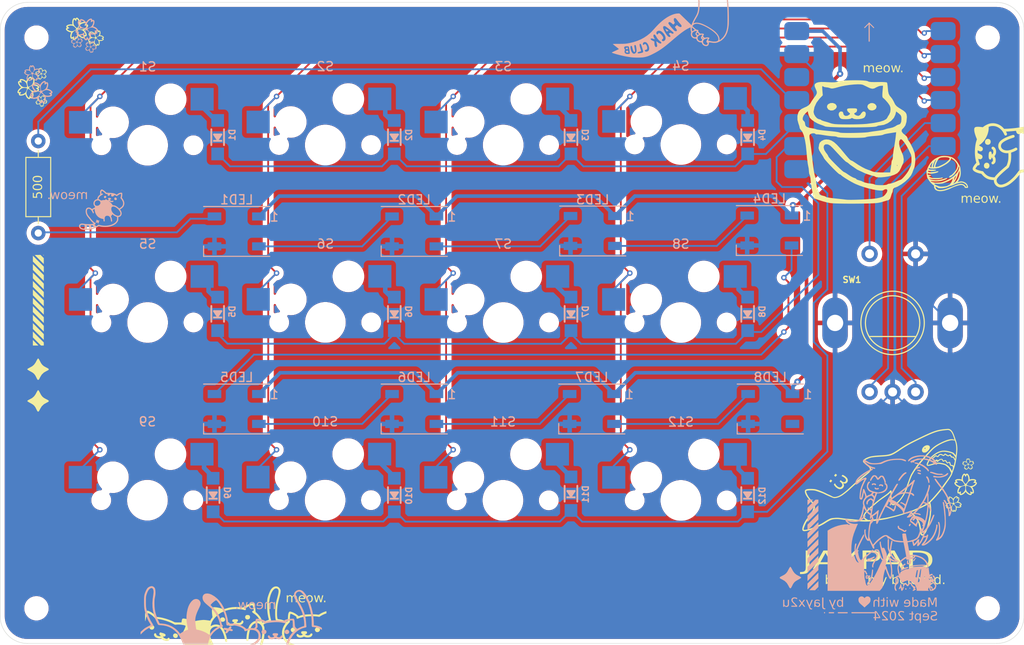
<source format=kicad_pcb>
(kicad_pcb (version 20240108) (generator "pcbnew") (generator_version "8.0")
  (layers (0 "F.Cu" signal) (31 "B.Cu" signal) (34 "B.Paste" user) (35 "F.Paste" user) (36 "B.SilkS" user "B.Silkscreen") (37 "F.SilkS" user "F.Silkscreen") (38 "B.Mask" user) (39 "F.Mask" user) (44 "Edge.Cuts" user))
  (net 0 "")
  (net 1 "ROW0")
  (net 2 "ROW1")
  (net 3 "ROW2")
  (net 4 "+5V")
  (net 5 "GND")
  (net 6 "COL0")
  (net 7 "COL1")
  (net 8 "COL2")
  (net 9 "ENC_A")
  (net 10 "ENC_B")
  (net 11 "ENC_SW")
  (net 12 "RGB")
  (net 13 "Net-(D3-PadA)")
  (net 14 "Net-(D6-PadA)")
  (net 16 "Net-(D9-PadA)")
  (net 17 "Net-(D1-PadA)")
  (net 18 "Net-(D2-PadA)")
  (net 19 "Net-(D4-PadA)")
  (net 20 "Net-(D5-PadA)")
  (net 21 "Net-(D7-PadA)")
  (net 22 "Net-(D8-PadA)")
  (net 23 "Net-(D10-PadA)")
  (net 24 "Net-(D11-PadA)")
  (net 25 "Net-(D12-PadA)")
  (net 26 "COL3")
  (net 27 "Net-(LED1-DIN)")
  (net 28 "Net-(LED2-DIN)")
  (net 30 "Net-(LED7-DOUT)")
  (net 31 "Net-(LED6-DOUT)")
  (net 32 "Net-(LED3-DIN)")
  (net 33 "DOUT0")
  (net 34 "Net-(LED4-DIN)")
  (net 35 "Net-(LED5-DOUT)")
  (footprint "LOGO" (layer "F.Cu") (at 185.3 74)
    (property "Reference" "G***" (hide yes))
    (property "Value" "LOGO" (hide yes))
  )
  (footprint "LOGO" (layer "F.Cu") (at 99.3 61.5 10)
    (property "Reference" "G***" (hide yes))
    (property "Value" "LOGO" (hide yes))
  )
  (footprint "JayPad:CherryMX_1.00u_KailhSocket" (layer "F.Cu") (at 107.07 93.95)
    (property "Reference" "S5")
    (property "Value" "CherryMX")
  )
  (footprint "LOGO" (layer "F.Cu") (at 197.618177 109.598137 75)
    (property "Reference" "G***" (hide yes))
    (property "Value" "LOGO" (hide yes))
  )
  (footprint "Resistor_THT:R_Axial_DIN0207_L6.3mm_D2.5mm_P10.16mm_Horizontal" (layer "F.Cu") (at 95 73.92 -90)
    (property "Reference" "R1" (hide yes))
    (property "Value" "500")
  )
  (footprint "JayPad:CherryMX_1.00u_KailhSocket" (layer "F.Cu") (at 126.68 74.36)
    (property "Reference" "S2")
    (property "Value" "CherryMX")
  )
  (footprint "LOGO" (layer "F.Cu") (at 197.362522 111.819539)
    (property "Reference" "G***" (hide yes))
    (property "Value" "LOGO" (hide yes))
  )
  (footprint "LOGO" (layer "F.Cu") (at 195.996168 113.913122 40)
    (property "Reference" "G***" (hide yes))
    (property "Value" "LOGO" (hide yes))
  )
  (footprint "LOGO" (layer "F.Cu") (at 198.8 75.27733 90)
    (property "Reference" "G***" (hide yes))
    (property "Value" "LOGO" (hide yes))
  )
  (footprint "JayPad:CherryMX_1.00u_KailhSocket" (layer "F.Cu") (at 107.05 113.57)
    (property "Reference" "S9")
    (property "Value" "CherryMX")
  )
  (footprint "LOGO" (layer "F.Cu") (at 95 99)
    (property "Reference" "G***" (hide yes))
    (property "Value" "LOGO" (hide yes))
  )
  (footprint "JayPad:CherryMX_1.00u_KailhSocket" (layer "F.Cu") (at 165.93 113.59)
    (property "Reference" "S12")
    (property "Value" "CherryMX")
  )
  (footprint "MountingHole:MountingHole_2.2mm_M2" (layer "F.Cu") (at 199.8 62.5)
    (property "Reference" "REF**" (hide yes))
    (property "Value" "MountingHole_2.2mm_M2" (hide yes))
  )
  (footprint "LOGO" (layer "F.Cu") (at 101.3 62.5 50)
    (property "Reference" "G***" (hide yes))
    (property "Value" "LOGO" (hide yes))
  )
  (footprint "JayPad:CherryMX_1.00u_KailhSocket" (layer "F.Cu") (at 107.07 74.39)
    (property "Reference" "S1")
    (property "Value" "CherryMX")
  )
  (footprint "JayPad:CherryMX_1.00u_KailhSocket" (layer "F.Cu") (at 146.32 93.95)
    (property "Reference" "S7")
    (property "Value" "CherryMX")
  )
  (footprint "JayPad:CherryMX_1.00u_KailhSocket" (layer "F.Cu") (at 165.92 93.95)
    (property "Reference" "S8")
    (property "Value" "CherryMX")
  )
  (footprint "JayPad:CherryMX_1.00u_KailhSocket" (layer "F.Cu") (at 146.32 74.36)
    (property "Reference" "S3")
    (property "Value" "CherryMX")
  )
  (footprint "MountingHole:MountingHole_2.2mm_M2" (layer "F.Cu") (at 94.8 62.5)
    (property "Reference" "REF**" (hide yes))
    (property "Value" "MountingHole_2.2mm_M2" (hide yes))
  )
  (footprint "LOGO" (layer "F.Cu") (at 95.3 69.5 115)
    (property "Reference" "G***" (hide yes))
    (property "Value" "LOGO" (hide yes))
  )
  (footprint "JayPad:CherryMX_1.00u_KailhSocket" (layer "F.Cu") (at 126.69 93.94)
    (property "Reference" "S6")
    (property "Value" "CherryMX")
  )
  (footprint "LOGO" (layer "F.Cu") (at 116.8 126)
    (property "Reference" "G***" (hide yes))
    (property "Value" "LOGO" (hide yes))
  )
  (footprint "LOGO" (layer "F.Cu") (at 95 102.5)
    (property "Reference" "G***" (hide yes))
    (property "Value" "LOGO" (hide yes))
  )
  (footprint "MountingHole:MountingHole_2.2mm_M2" (layer "F.Cu") (at 199.8 125.5)
    (property "Reference" "REF**" (hide yes))
    (property "Value" "MountingHole_2.2mm_M2" (hide yes))
  )
  (footprint "MountingHole:MountingHole_2.2mm_M2" (layer "F.Cu") (at 94.8 125.5)
    (property "Reference" "REF**" (hide yes))
    (property "Value" "MountingHole_2.2mm_M2" (hide yes))
  )
  (footprint "JayPad:CherryMX_1.00u_KailhSocket" (layer "F.Cu") (at 126.665 113.56)
    (property "Reference" "S10")
    (property "Value" "CherryMX")
  )
  (footprint "LOGO" (layer "F.Cu") (at 95 91.5 90)
    (property "Reference" "G***" (hide yes))
    (property "Value" "LOGO" (hide yes))
  )
  (footprint "LOGO" (layer "F.Cu") (at 116.3 126 180)
    (property "Reference" "G***" (hide yes))
    (property "Value" "LOGO" (hide yes))
  )
  (footprint "LOGO" (layer "F.Cu") (at 93.8 68 50)
    (property "Reference" "G***" (hide yes))
    (property "Value" "LOGO" (hide yes))
  )
  (footprint "LOGO" (layer "F.Cu") (at 95.3 66.5 85)
    (property "Reference" "G***" (hide yes))
    (property "Value" "LOGO" (hide yes))
  )
  (footprint "LOGO" (layer "F.Cu") (at 187.8 111.46246 -20)
    (property "Reference" ":3")
    (property "Value" "LOGO" (hide yes))
  )
  (footprint "JayPad:ADAFRUIT_ELECTROMECH_PEC11+SWITCH" (layer "F.Cu") (at 189.3 94)
    (property "Reference" "SW1")
    (property "Value" "PEC11-4215F-S24" (hide yes))
  )
  (footprint "JayPad:CherryMX_1.00u_KailhSocket" (layer "F.Cu") (at 146.29 113.58)
    (property "Reference" "S11")
    (property "Value" "CherryMX")
  )
  (footprint "JayPad:CherryMX_1.00u_KailhSocket" (layer "F.Cu") (at 165.93 74.3)
    (property "Reference" "S4")
    (property "Value" "CherryMX")
  )
  (footprint "LOGO" (layer "F.Cu") (at 195.3 77.5)
    (property "Reference" "G***" (hide yes))
    (property "Value" "LOGO" (hide yes))
  )
  (footprint "JayPad:MICROBUILDER_SOD-123" (layer "B.Cu") (at 153.8 73.5 -90)
    (property "Reference" "D3")
    (property "Value" "1N4148W" (hide yes))
  )
  (footprint "JayPad:MOUDLE14P-SMD-2.54-21X17.8MM" (layer "B.Cu") (at 195.7175 79.905 180)
    (property "Reference" "M1" (hide yes))
    (property "Value" "MOUDLE-SEEEDUINO-XIAO" (hide yes))
  )
  (footprint "LOGO" (layer "B.Cu") (at 189.63184 116.062731 180)
    (property "Reference" "G***" (hide yes))
    (property "Value" "LOGO" (hide yes))
  )
  (footprint "JayPad:MICROBUILDER_SOD-123" (layer "B.Cu") (at 173.3 113 -90)
    (property "Reference" "D12")
    (property "Value" "1N4148W" (hide yes))
  )
  (footprint "LOGO" (layer "B.Cu") (at 102 81.5 180)
    (property "Reference" "G***" (hide yes))
    (property "Value" "LOGO" (hide yes))
  )
  (footprint "LOGO" (layer "B.Cu") (at 180.5 118.5 -90)
    (property "Reference" "G***" (hide yes))
    (property "Value" "LOGO" (hide yes))
  )
  (footprint "LOGO" (layer "B.Cu") (at 95.369802 68.5 80)
    (property "Reference" "G***" (hide yes))
    (property "Value" "LOGO" (hide yes))
  )
  (footprint "LOGO" (layer "B.Cu") (at 178 122 180)
    (property "Reference" "G***" (hide yes))
    (property "Value" "LOGO" (hide yes))
  )
  (footprint "LED_SMD:LED_WS2812B_PLCC4_5.0x5.0mm_P3.2mm" (layer "B.Cu") (at 136.5 103.5 180)
    (property "Reference" "LED6")
    (property "Value" "WS2812B" (hide yes))
  )
  (footprint "JayPad:MICROBUILDER_SOD-123" (layer "B.Cu") (at 114.3 113 -90)
    (property "Reference" "D9")
    (property "Value" "1N4148W" (hide yes))
  )
  (footprint "JayPad:MICROBUILDER_SOD-123" (layer "B.Cu") (at 134.3 73.5 -90)
    (property "Reference" "D2")
    (property "Value" "1N4148W" (hide yes))
  )
  (footprint "JayPad:MICROBUILDER_SOD-123" (layer "B.Cu") (at 134.3 113 -90)
    (property "Reference" "D10")
    (property "Value" "1N4148W" (hide yes))
  )
  (footprint "LOGO" (layer "B.Cu") (at 99.3 63 115)
    (property "Reference" "G***" (hide yes))
    (property "Value" "LOGO" (hide yes))
  )
  (footprint "LED_SMD:LED_WS2812B_PLCC4_5.0x5.0mm_P3.2mm" (layer "B.Cu") (at 175.7 83.8 180)
    (property "Reference" "LED4")
    (property "Value" "WS2812B" (hide yes))
  )
  (footprint "LOGO" (layer "B.Cu") (at 164.8 62 180)
    (property "Reference" "G***" (hide yes))
    (property "Value" "LOGO" (hide yes))
  )
  (footprint "LED_SMD:LED_WS2812B_PLCC4_5.0x5.0mm_P3.2mm" (layer "B.Cu") (at 116.9 103.5 180)
    (property "Reference" "LED5")
    (property "Value" "WS2812B" (hide yes))
  )
  (footprint "JayPad:MICROBUILDER_SOD-123" (layer "B.Cu") (at 114.8 73.5 -90)
    (property "Reference" "D1")
    (property "Value" "1N4148W" (hide yes))
  )
  (footprint "JayPad:MICROBUILDER_SOD-123" (layer "B.Cu") (at 173.3 73.5 -90)
    (property "Reference" "D4")
    (property "Value" "1N4148W" (hide yes))
  )
  (footprint "JayPad:MICROBUILDER_SOD-123" (layer "B.Cu") (at 153.8 93 -90)
    (property "Reference" "D7")
    (property "Value" "1N4148W" (hide yes))
  )
  (footprint "LOGO" (layer "B.Cu") (at 94.369802 66.5 40)
    (property "Reference" "G***" (hide yes))
    (property "Value" "LOGO" (hide yes))
  )
  (footprint "LED_SMD:LED_WS2812B_PLCC4_5.0x5.0mm_P3.2mm" (layer "B.Cu") (at 136.5 83.9 180)
    (property "Reference" "LED2")
    (property "Value" "WS2812B" (hide yes))
  )
  (footprint "LED_SMD:LED_WS2812B_PLCC4_5.0x5.0mm_P3.2mm" (layer "B.Cu") (at 156.1 103.5 180)
    (property "Reference" "LED7")
    (property "Value" "WS2812B" (hide yes))
  )
  (footprint "LOGO" (layer "B.Cu") (at 186.2 124.8 180)
    (property "Reference" "G***" (hide yes))
    (property "Value" "LOGO" (hide yes))
  )
  (footprint "JayPad:MICROBUILDER_SOD-123" (layer "B.Cu") (at 153.8 112.85 -90)
    (property "Reference" "D11")
    (property "Value" "1N4148W" (hide yes))
  )
  (footprint "LED_SMD:LED_WS2812B_PLCC4_5.0x5.0mm_P3.2mm" (layer "B.Cu") (at 116.9 83.9 180)
    (property "Reference" "LED1")
    (property "Value" "WS2812B" (hide yes))
  )
  (footprint "LOGO" (layer "B.Cu") (at 100.28715 61.5 -140)
    (property "Reference" "G***" (hide yes))
    (property "Value" "LOGO" (hide yes))
  )
  (footprint "LED_SMD:LED_WS2812B_PLCC4_5.0x5.0mm_P3.2mm" (layer "B.Cu") (at 175.8 103.5 180)
    (property "Reference" "LED8")
    (property "Value" "WS2812B" (hide yes))
  )
  (footprint "LED_SMD:LED_WS2812B_PLCC4_5.0x5.0mm_P3.2mm" (layer "B.Cu") (at 156.2 83.85 180)
    (property "Reference" "LED3")
    (property "Value" "WS2812B" (hide yes))
  )
  (footprint "JayPad:MICROBUILDER_SOD-123" (layer "B.Cu") (at 114.8 93 -90)
    (property "Reference" "D5")
    (property "Value" "1N4148W" (hide yes))
  )
  (footprint "LOGO" (layer "B.Cu") (at 100.8 63.5 155)
    (property "Reference" "G***" (hide yes))
    (property "Value" "LOGO" (hide yes))
  )
  (footprint "JayPad:MICROBUILDER_SOD-123" (layer "B.Cu") (at 173.3 93 -90)
    (property "Reference" "D8")
    (property "Value" "1N4148W" (hide yes))
  )
  (footprint "JayPad:MICROBUILDER_SOD-123" (layer "B.Cu") (at 134.3 93 -90)
    (property "Reference" "D6")
    (property "Value" "1N4148W" (hide yes))
  )
  (gr_rect (start 182.3 125.9746) (end 182.8 126) (stroke (width 0.1)) (fill none) (layer "B.SilkS"))
  (gr_rect (start 184.8 125.9746) (end 187.3 126) (stroke (width 0.1)) (fill none) (layer "B.SilkS"))
  (gr_rect (start 181.7746 125.9746) (end 181.8 126) (stroke (width 0.1)) (fill none) (layer "B.SilkS"))
  (gr_rect (start 183.3 125.9746) (end 184.3 126) (stroke (width 0.1)) (fill none) (layer "B.SilkS"))
  (gr_line (start 203.8 126.378667) (end 203.8 61.62132) (stroke (width 0.05)) (layer "Edge.Cuts"))
  (gr_arc (start 90.8 61.62132) (mid 91.67868 59.5) (end 93.8 58.62132) (stroke (width 0.05)) (layer "Edge.Cuts"))
  (gr_line (start 200.8 58.62132) (end 93.8 58.62132) (stroke (width 0.05)) (layer "Edge.Cuts"))
  (gr_arc (start 203.8 126.378667) (mid 202.921332 128.500009) (end 200.8 129.378667) (stroke (width 0.05)) (layer "Edge.Cuts"))
  (gr_arc (start 93.8 129.378667) (mid 91.678691 128.499985) (end 90.8 126.378667) (stroke (width 0.05)) (layer "Edge.Cuts"))
  (gr_line (start 90.8 61.62132) (end 90.8 126.378667) (stroke (width 0.05)) (layer "Edge.Cuts"))
  (gr_line (start 93.8 129.378667) (end 200.8 129.378667) (stroke (width 0.05)) (layer "Edge.Cuts"))
  (gr_arc (start 200.8 58.62132) (mid 202.921313 59.500001) (end 203.8 61.62132) (stroke (width 0.05)) (layer "Edge.Cuts"))
  (gr_text "Made with       by Jayx2u" (at 194.3 125.5 0) (layer "B.SilkS") (effects (font (size 1 1) (thickness 0.1)) (justify left bottom mirror)))
  (gr_text "meow." (at 100.5 80.5 -0) (layer "B.SilkS") (effects (font (size 1 1)) (justify left bottom mirror)))
  (gr_text "meow." (at 121.25 125.75 -0) (layer "B.SilkS") (effects (font (size 1 1)) (justify left bottom mirror)))
  (gr_text "Sept 2024" (at 194.3 127 0) (layer "B.SilkS") (effects (font (size 1 1) (thickness 0.1)) (justify left bottom mirror)))
  (gr_text "meow." (at 122.3 125 0) (layer "F.SilkS") (effects (font (size 1 1)) (justify left bottom)))
  (gr_text "JAYPAD" (at 179.3 121.5 0) (layer "F.SilkS") (effects (font (size 2 3)) (justify left bottom)))
  (gr_text "blåhaj my beloved." (at 181.8 123 0) (layer "F.SilkS") (effects (font (size 1 1)) (justify left bottom)))
  (gr_text "meow." (at 186 66.5 0) (layer "F.SilkS") (effects (font (size 1 1)) (justify left bottom)))
  (gr_text "meow." (at 196.8 80.905 0) (layer "F.SilkS") (effects (font (size 1 1)) (justify left bottom)))
  (segment (start 173.3 75.35) (end 175.3125 75.35) (width 0.2) (layer "B.Cu") (net 1))
  (segment (start 135.664 76.714) (end 134.3 75.35) (width 0.2) (layer "B.Cu") (net 1))
  (segment (start 175.3125 75.35) (end 178.7175 71.945) (width 0.2) (layer "B.Cu") (net 1))
  (segment (start 153.8 75.35) (end 155.164 76.714) (width 0.2) (layer "B.Cu") (net 1))
  (segment (start 134.3 75.35) (end 132.936 76.714) (width 0.2) (layer "B.Cu") (net 1))
  (segment (start 152.436 76.714) (end 135.664 76.714) (width 0.2) (layer "B.Cu") (net 1))
  (segment (start 153.8 75.35) (end 152.436 76.714) (width 0.2) (layer "B.Cu") (net 1))
  (segment (start 116.164 76.714) (end 114.8 75.35) (width 0.2) (layer "B.Cu") (net 1))
  (segment (start 132.936 76.714) (end 116.164 76.714) (width 0.2) (layer "B.Cu") (net 1))
  (segment (start 155.164 76.714) (end 171.936 76.714) (width 0.2) (layer "B.Cu") (net 1))
  (segment (start 171.936 76.714) (end 173.3 75.35) (width 0.2) (layer "B.Cu") (net 1))
  (segment (start 177.1 79) (end 176.5 78.4) (width 0.2) (layer "B.Cu") (net 2))
  (segment (start 176.5 78.4) (end 176.5 75.7) (width 0.2) (layer "B.Cu") (net 2))
  (segment (start 153.8 95.2) (end 154.904 96.304) (width 0.2) (layer "B.Cu") (net 2))
  (segment (start 177.715 74.485) (end 178.7175 74.485) (width 0.2) (layer "B.Cu") (net 2))
  (segment (start 114.8 95.2) (end 115.894 96.294) (width 0.2) (layer "B.Cu") (net 2))
  (segment (start 152.696 96.304) (end 153.8 95.2) (width 0.2) (layer "B.Cu") (net 2))
  (segment (start 134.3 95.2) (end 135.404 96.304) (width 0.2) (layer "B.Cu") (net 2))
  (segment (start 133.206 96.294) (end 134.3 95.2) (width 0.2) (layer "B.Cu") (net 2))
  (segment (start 174.8 95) (end 181.1 88.7) (width 0.2) (layer "B.Cu") (net 2))
  (segment (start 173.3 95) (end 174.8 95) (width 0.2) (layer "B.Cu") (net 2))
  (segment (start 179.3 79) (end 177.1 79) (width 0.2) (layer "B.Cu") (net 2))
  (segment (start 176.5 75.7) (end 177.715 74.485) (width 0.2) (layer "B.Cu") (net 2))
  (segment (start 154.904 96.304) (end 171.996 96.304) (width 0.2) (layer "B.Cu") (net 2))
  (segment (start 181.1 80.8) (end 179.3 79) (width 0.2) (layer "B.Cu") (net 2))
  (segment (start 115.894 96.294) (end 133.206 96.294) (width 0.2) (layer "B.Cu") (net 2))
  (segment (start 135.404 96.304) (end 152.696 96.304) (width 0.2) (layer "B.Cu") (net 2))
  (segment (start 171.996 96.304) (end 173.3 95) (width 0.2) (layer "B.Cu") (net 2))
  (segment (start 181.1 88.7) (end 181.1 80.8) (width 0.2) (layer "B.Cu") (net 2))
  (segment (start 153.8 114.7) (end 155.044 115.944) (width 0.2) (layer "B.Cu") (net 3))
  (segment (start 114.3 114.7) (end 115.514 115.914) (width 0.2) (layer "B.Cu") (net 3))
  (segment (start 133.086 115.914) (end 134.3 114.7) (width 0.2) (layer "B.Cu") (net 3))
  (segment (start 182.1 90.3) (end 182.1 79.7) (width 0.2) (layer "B.Cu") (net 3))
  (segment (start 135.534 115.934) (end 152.566 115.934) (width 0.2) (layer "B.Cu") (net 3))
  (segment (start 182.1 79.7) (end 179.425 77.025) (width 0.2) (layer "B.Cu") (net 3))
  (segment (start 155.044 115.944) (end 172.206 115.944) (width 0.2) (layer "B.Cu") (net 3))
  (segment (start 180.6 91.8) (end 182.1 90.3) (width 0.2) (layer "B.Cu") (net 3))
  (segment (start 134.3 114.7) (end 135.534 115.934) (width 0.2) (layer "B.Cu") (net 3))
  (segment (start 172.206 115.944) (end 173.3 114.85) (width 0.2) (layer "B.Cu") (net 3))
  (segment (start 173.3 114.85) (end 175.45 114.85) (width 0.2) (layer "B.Cu") (net 3))
  (segment (start 182.1 97.6) (end 180.6 96.1) (width 0.2) (layer "B.Cu") (net 3))
  (segment (start 175.45 114.85) (end 182.1 108.2) (width 0.2) (layer "B.Cu") (net 3))
  (segment (start 152.566 115.934) (end 153.8 114.7) (width 0.2) (layer "B.Cu") (net 3))
  (segment (start 179.425 77.025) (end 178.7175 77.025) (width 0.2) (layer "B.Cu") (net 3))
  (segment (start 180.6 96.1) (end 180.6 91.8) (width 0.2) (layer "B.Cu") (net 3))
  (segment (start 115.514 115.914) (end 133.086 115.914) (width 0.2) (layer "B.Cu") (net 3))
  (segment (start 182.1 108.2) (end 182.1 97.6) (width 0.2) (layer "B.Cu") (net 3))
  (segment (start 182.3 77.5) (end 179.8 80) (width 0.2) (layer "F.Cu") (net 4))
  (segment (start 179.8 80) (end 179.8 99.500008) (width 0.4) (layer "F.Cu") (net 4))
  (segment (start 179.8 99.500008) (end 178.799999 100.500009) (width 0.4) (layer "F.Cu") (net 4))
  (segment (start 178.8 81) (end 178.299976 81) (width 0.4) (layer "F.Cu") (net 4))
  (segment (start 182.3 77.5) (end 182.3 67.699994) (width 0.4) (layer "F.Cu") (net 4))
  (segment (start 182.3 77.5) (end 178.8 81) (width 0.4) (layer "F.Cu") (net 4))
  (segment (start 182.3 67.699994) (end 183.499994 66.5) (width 0.4) (layer "F.Cu") (net 4))
  (via (at 178.299976 81) (size 0.7) (drill 0.3) (layers "F.Cu" "B.Cu") (net 4))
  (via (at 178.799999 100.500009) (size 0.7) (drill 0.3) (layers "F.Cu" "B.Cu") (net 4))
  (via (at 183.499994 66.5) (size 0.7) (drill 0.3) (layers "F.Cu" "B.Cu") (net 4))
  (segment (start 183.499994 63.699994) (end 183.499994 66.5) (width 0.4) (layer "B.Cu") (net 4))
  (segment (start 160.85 80) (end 158.65 82.2) (width 0.4) (layer "B.Cu") (net 4))
  (segment (start 136.7 80) (end 121.6 80) (width 0.4) (layer "B.Cu") (net 4))
  (segment (start 141.3 99.5) (end 138.95 101.85) (width 0.4) (layer "B.Cu") (net 4))
  (segment (start 138.95 82.25) (end 136.7 80) (width 0.4) (layer "B.Cu") (net 4))
  (segment (start 178.25 101.85) (end 175.9 99.5) (width 0.4) (layer "B.Cu") (net 4))
  (segment (start 178.299976 81) (end 178.299976 82.000024) (width 0.4) (layer "B.Cu") (net 4))
  (segment (start 121.7 99.5) (end 119.35 101.85) (width 0.4) (layer "B.Cu") (net 4))
  (segment (start 178.7175 61.785) (end 181.585 61.785) (width 0.4) (layer "B.Cu") (net 4))
  (segment (start 178.3 101.000008) (end 178.799999 100.500009) (width 0.4) (layer "B.Cu") (net 4))
  (segment (start 178.3 101.8) (end 178.25 101.85) (width 0.2) (layer "B.Cu") (net 4))
  (segment (start 158.55 101.85) (end 156.2 99.5) (width 0.4) (layer "B.Cu") (net 4))
  (segment (start 178.3 101.8) (end 178.3 101.000008) (width 0.4) (layer "B.Cu") (net 4))
  (segment (start 160.9 99.5) (end 158.55 101.85) (width 0.4) (layer "B.Cu") (net 4))
  (segment (start 176 80) (end 160.85 80) (width 0.4) (layer "B.Cu") (net 4))
  (segment (start 136.6 99.5) (end 121.7 99.5) (width 0.4) (layer "B.Cu") (net 4))
  (segment (start 121.6 80) (end 119.35 82.25) (width 0.4) (layer "B.Cu") (net 4))
  (segment (start 156.45 80) (end 141.2 80) (width 0.4) (layer "B.Cu") (net 4))
  (segment (start 156.2 99.5) (end 141.3 99.5) (width 0.4) (layer "B.Cu") (net 4))
  (segment (start 141.2 80) (end 138.95 82.25) (width 0.4) (layer "B.Cu") (net 4))
  (segment (start 175.9 99.5) (end 160.9 99.5) (width 0.4) (layer "B.Cu") (net 4))
  (segment (start 181.585 61.785) (end 183.499994 63.699994) (width 0.4) (layer "B.Cu") (net 4))
  (segment (start 178.299976 82.000024) (end 178.15 82.15) (width 0.2) (layer "B.Cu") (net 4))
  (segment (start 158.65 82.2) (end 156.45 80) (width 0.4) (layer "B.Cu") (net 4))
  (segment (start 138.95 101.85) (end 136.6 99.5) (width 0.4) (layer "B.Cu") (net 4))
  (segment (start 178.15 82.15) (end 176 80) (width 0.4) (layer "B.Cu") (net 4))
  (segment (start 195.65 101.15) (end 193.3 103.5) (width 0.2) (layer "B.Cu") (net 5))
  (segment (start 191.84 86.38) (end 191.84 90.19) (width 0.2) (layer "B.Cu") (net 5))
  (segment (start 184.3 103.5) (end 182.95 102.15) (width 0.2) (layer "B.Cu") (net 5))
  (segment (start 187.42 103.5) (end 184.3 103.5) (width 0.2) (layer "B.Cu") (net 5))
  (segment (start 195.65 94) (end 195.65 101.15) (width 0.2) (layer "B.Cu") (net 5))
  (segment (start 191.84 90.19) (end 195.65 94) (width 0.2) (layer "B.Cu") (net 5))
  (segment (start 182.95 102.15) (end 182.95 94) (width 0.2) (layer "B.Cu") (net 5))
  (segment (start 182.95 68.4) (end 178.875 64.325) (width 0.2) (layer "B.Cu") (net 5))
  (segment (start 191.18 103.5) (end 189.3 101.62) (width 0.2) (layer "B.Cu") (net 5))
  (segment (start 189.3 101.62) (end 187.42 103.5) (width 0.2) (layer "B.Cu") (net 5))
  (segment (start 178.875 64.325) (end 178.7175 64.325) (width 0.2) (layer "B.Cu") (net 5))
  (segment (start 182.95 94) (end 182.95 68.4) (width 0.2) (layer "B.Cu") (net 5))
  (segment (start 193.3 103.5) (end 191.18 103.5) (width 0.2) (layer "B.Cu") (net 5))
  (segment (start 101.8 69) (end 100.766 70.034) (width 0.2) (layer "F.Cu") (net 6))
  (segment (start 100.766 87.966) (end 101.3 88.5) (width 0.2) (layer "F.Cu") (net 6))
  (segment (start 101.3 88.5) (end 100.766 89.034) (width 0.2) (layer "F.Cu") (net 6))
  (segment (start 110.3 60.5) (end 101.8 69) (width 0.2) (layer "F.Cu") (net 6))
  (segment (start 192.8 62) (end 192.5 62) (width 0.2) (layer "F.Cu") (net 6))
  (segment (start 100.766 106.966) (end 101.8 108) (width 0.2) (layer "F.Cu") (net 6))
  (segment (start 191 60.5) (end 110.3 60.5) (width 0.2) (layer "F.Cu") (net 6))
  (segment (start 100.766 89.034) (end 100.766 106.966) (width 0.2) (layer "F.Cu") (net 6))
  (segment (start 192.5 62) (end 191 60.5) (width 0.2) (layer "F.Cu") (net 6))
  (segment (start 100.766 70.034) (end 100.766 87.966) (width 0.2) (layer "F.Cu") (net 6))
  (via (at 101.8 69) (size 0.6) (drill 0.3) (layers "F.Cu" "B.Cu") (net 6))
  (via (at 101.8 108) (size 0.6) (drill 0.3) (layers "F.Cu" "B.Cu") (net 6))
  (via (at 101.3 88.5) (size 0.6) (drill 0.3) (layers "F.Cu" "B.Cu") (net 6))
  (via (at 192.8 62) (size 0.6) (drill 0.3) (layers "F.Cu" "B.Cu") (net 6))
  (segment (start 194.8825 61.785) (end 193.015 61.785) (width 0.2) (layer "B.Cu") (net 6))
  (segment (start 99.64 111.03) (end 99.64 110.16) (width 0.2) (layer "B.Cu") (net 6))
  (segment (start 99.66 71.14) (end 101.8 69) (width 0.2) (layer "B.Cu") (net 6))
  (segment (start 99.66 91.41) (end 99.66 90.14) (width 0.2) (layer "B.Cu") (net 6))
  (segment (start 99.66 90.14) (end 101.3 88.5) (width 0.2) (layer "B.Cu") (net 6))
  (segment (start 99.66 71.85) (end 99.66 71.14) (width 0.2) (layer "B.Cu") (net 6))
  (segment (start 99.64 110.16) (end 101.8 108) (width 0.2) (layer "B.Cu") (net 6))
  (segment (start 121.3 69) (end 128.8 61.5) (width 0.2) (layer "F.Cu") (net 7))
  (segment (start 121.3 69) (end 120.376 69.924) (width 0.2) (layer "F.Cu") (net 7))
  (segment (start 120.386 89.414) (end 120.386 107.086) (width 0.2) (layer "F.Cu") (net 7))
  (segment (start 120.376 69.924) (end 120.376 87.576) (width 0.2) (layer "F.Cu") (net 7))
  (segment (start 121.3 88.5) (end 120.386 89.414) (width 0.2) (layer "F.Cu") (net 7))
  (segment (start 128.8 61.5) (end 189.8 61.5) (width 0.2) (layer "F.Cu") (net 7))
  (segment (start 120.376 87.576) (end 121.3 88.5) (width 0.2) (layer "F.Cu") (net 7))
  (segment (start 189.8 61.5) (end 192.8 64.5) (width 0.2) (layer "F.Cu") (net 7))
  (segment (start 120.386 107.086) (end 121.3 108) (width 0.2) (layer "F.Cu") (net 7))
  (via (at 192.8 64.5) (size 0.6) (drill 0.3) (layers "F.Cu" "B.Cu") (net 7))
  (via (at 121.3 88.5) (size 0.6) (drill 0.3) (layers "F.Cu" "B.Cu") (net 7))
  (via (at 121.3 69) (size 0.6) (drill 0.3) (layers "F.Cu" "B.Cu") (net 7))
  (via (at 121.3 108) (size 0.6) (drill 0.3) (layers "F.Cu" "B.Cu") (net 7))
  (segment (start 119.27 71.03) (end 121.3 69) (width 0.2) (layer "B.Cu") (net 7))
  (segment (start 119.28 91.4) (end 119.28 90.52) (width 0.2) (layer "B.Cu") (net 7))
  (segment (start 119.255 110.045) (end 121.3 108) (width 0.2) (layer "B.Cu") (net 7))
  (segment (start 119.27 71.82) (end 119.27 71.03) (width 0.2) (layer "B.Cu") (net 7))
  (segment (start 119.255 111.02) (end 119.255 110.045) (width 0.2) (layer "B.Cu") (net 7))
  (segment (start 119.28 90.52) (end 121.3 88.5) (width 0.2) (layer "B.Cu") (net 7))
  (segment (start 194.8825 64.325) (end 192.975 64.325) (width 0.2) (layer "B.Cu") (net 7))
  (segment (start 188.3 62.5) (end 192.8 67) (width 0.2) (layer "F.Cu") (net 8))
  (segment (start 140.8 88.5) (end 140.016 89.284) (width 0.2) (layer "F.Cu") (net 8))
  (segment (start 140.016 89.284) (end 140.016 107.216) (width 0.2) (layer "F.Cu") (net 8))
  (segment (start 140.016 87.716) (end 140.8 88.5) (width 0.2) (layer "F.Cu") (net 8))
  (segment (start 140.8 69) (end 140.016 69.784) (width 0.2) (layer "F.Cu") (net 8))
  (segment (start 140.8 69) (end 147.3 62.5) (width 0.2) (layer "F.Cu") (net 8))
  (segment (start 140.016 69.784) (end 140.016 87.716) (width 0.2) (layer "F.Cu") (net 8))
  (segment (start 147.3 62.5) (end 188.3 62.5) (width 0.2) (layer "F.Cu") (net 8))
  (segment (start 140.016 107.216) (end 140.8 108) (width 0.2) (layer "F.Cu") (net 8))
  (via (at 140.8 69) (size 0.6) (drill 0.3) (layers "F.Cu" "B.Cu") (net 8))
  (via (at 140.8 108) (size 0.6) (drill 0.3) (layers "F.Cu" "B.Cu") (net 8))
  (via (at 192.8 67) (size 0.6) (drill 0.3) (layers "F.Cu" "B.Cu") (net 8))
  (via (at 140.8 88.5) (size 0.6) (drill 0.3) (layers "F.Cu" "B.Cu") (net 8))
  (segment (start 138.91 70.89) (end 140.8 69) (width 0.2) (layer "B.Cu") (net 8))
  (segment (start 138.88 109.92) (end 140.8 108) (width 0.2) (layer "B.Cu") (net 8))
  (segment (start 138.91 71.82) (end 138.91 70.89) (width 0.2) (layer "B.Cu") (net 8))
  (segment (start 138.88 111.04) (end 138.88 109.92) (width 0.2) (layer "B.Cu") (net 8))
  (segment (start 138.91 90.39) (end 140.8 88.5) (width 0.2) (layer "B.Cu") (net 8))
  (segment (start 194.8825 66.865) (end 192.935 66.865) (width 0.2) (layer "B.Cu") (net 8))
  (segment (start 138.91 91.41) (end 138.91 90.39) (width 0.2) (layer "B.Cu") (net 8))
  (segment (start 188.8 79) (end 193.315 74.485) (width 0.2) (layer "B.Cu") (net 9))
  (segment (start 193.315 74.485) (end 194.8825 74.485) (width 0.2) (layer "B.Cu") (net 9))
  (segment (start 188.8 99) (end 188.8 79) (width 0.2) (layer "B.Cu") (net 9))
  (segment (start 186.76 101.62) (end 186.76 101.04) (width 0.2) (layer "B.Cu") (net 9))
  (segment (start 186.76 101.04) (end 188.8 99) (width 0.2) (layer "B.Cu") (net 9))
  (segment (start 190.3 99) (end 190.3 80) (width 0.2) (layer "B.Cu") (net 10))
  (segment (start 191.84 101.62) (end 191.84 100.54) (width 0.2) (layer "B.Cu") (net 10))
  (segment (start 191.84 100.54) (end 190.3 99) (width 0.2) (layer "B.Cu") (net 10))
  (segment (start 193.275 77.025) (end 194.8825 77.025) (width 0.2) (layer "B.Cu") (net 10))
  (segment (start 190.3 80) (end 193.275 77.025) (width 0.2) (layer "B.Cu") (net 10))
  (segment (start 186.76 78.04) (end 192.855 71.945) (width 0.2) (layer "B.Cu") (net 11))
  (segment (start 192.855 71.945) (end 194.8825 71.945) (width 0.2) (layer "B.Cu") (net 11))
  (segment (start 186.76 86.38) (end 186.76 78.04) (width 0.2) (layer "B.Cu") (net 11))
  (segment (start 100.8 66) (end 174.8 66) (width 0.2) (layer "B.Cu") (net 12))
  (segment (start 174.8 66) (end 178.205 69.405) (width 0.2) (layer "B.Cu") (net 12))
  (segment (start 95 73.92) (end 95 71.8) (width 0.2) (layer "B.Cu") (net 12))
  (segment (start 178.205 69.405) (end 178.7175 69.405) (width 0.2) (layer "B.Cu") (net 12))
  (segment (start 95 71.8) (end 100.8 66) (width 0.2) (layer "B.Cu") (net 12))
  (segment (start 152.3 69.935) (end 153.8 71.435) (width 0.5) (layer "B.Cu") (net 13))
  (segment (start 153.8 71.435) (end 153.8 72) (width 0.5) (layer "B.Cu") (net 13))
  (segment (start 133.3 89.505) (end 133.3 90.5) (width 0.5) (layer "B.Cu") (net 14))
  (segment (start 133.3 90.5) (end 134.3 91.5) (width 0.5) (layer "B.Cu") (net 14))
  (segment (start 113.3 110) (end 114.3 111) (width 0.5) (layer "B.Cu") (net 16))
  (segment (start 113.3 109.005) (end 113.3 110) (width 0.5) (layer "B.Cu") (net 16))
  (segment (start 113.085 70.135) (end 114.8 71.85) (width 0.5) (layer "B.Cu") (net 17))
  (segment (start 113.085 69.31) (end 113.085 70.135) (width 0.5) (layer "B.Cu") (net 17))
  (segment (start 133.3 71) (end 134.3 72) (width 0.5) (layer "B.Cu") (net 18))
  (segment (start 133.3 69.28) (end 133.3 71) (width 0.5) (layer "B.Cu") (net 18))
  (segment (start 173.3 70.575) (end 173.3 71.8) (width 0.5) (layer "B.Cu") (net 19))
  (segment (start 171.945 69.22) (end 173.3 70.575) (width 0.5) (layer "B.Cu") (net 19))
  (segment (start 113.8 89.5025) (end 113.8 90.5) (width 0.5) (layer "B.Cu") (net 20))
  (segment (start 113.8 90.5) (end 114.8 91.5) (width 0.5) (layer "B.Cu") (net 20))
  (segment (start 152.3 89.005) (end 152.3 90) (width 0.5) (layer "B.Cu") (net 21))
  (segment (start 152.3 90) (end 153.8 91.5) (width 0.5) (layer "B.Cu") (net 21))
  (segment (start 172.3 90.3) (end 173.3 91.3) (width 0.5) (layer "B.Cu") (net 22))
  (segment (start 172.3 89.005) (end 172.3 90.3) (width 0.5) (layer "B.Cu") (net 22))
  (segment (start 132.8 109.005) (end 132.8 109.5) (width 0.5) (layer "B.Cu") (net 23))
  (segment (start 132.8 109.5) (end 134.3 111) (width 0.5) (layer "B.Cu") (net 23))
  (segment (start 152.3 109.5) (end 153.8 111) (width 0.5) (layer "B.Cu") (net 24))
  (segment (start 152.3 108.505) (end 152.3 109.5) (width 0.5) (layer "B.Cu") (net 24))
  (segment (start 172.3 109.0025) (end 172.3 110.15) (width 0.5) (layer "B.Cu") (net 25))
  (segment (start 172.3 110.15) (end 173.3 111.15) (width 0.5) (layer "B.Cu") (net 25))
  (segment (start 159.3 89.5) (end 159.3 107) (width 0.2) (layer "F.Cu") (net 26))
  (segment (start 165.8 63.5) (end 186.8 63.5) (width 0.2) (layer "F.Cu") (net 26))
  (segment (start 160.3 69) (end 159.3 70) (width 0.2) (layer "F.Cu") (net 26))
  (segment (start 159.3 107) (end 160.3 108) (width 0.2) (layer "F.Cu") (net 26))
  (segment (start 159.3 70) (end 159.3 87.5) (width 0.2) (layer "F.Cu") (net 26))
  (segment (start 159.3 87.5) (end 160.3 88.5) (width 0.2) (layer "F.Cu") (net 26))
  (segment (start 160.3 88.5) (end 159.3 89.5) (width 0.2) (layer "F.Cu") (net 26))
  (segment (start 160.3 69) (end 165.8 63.5) (width 0.2) (layer "F.Cu") (net 26))
  (segment (start 186.8 63.5) (end 192.8 69.5) (width 0.2) (layer "F.Cu") (net 26))
  (via (at 160.3 88.5) (size 0.6) (drill 0.3) (layers "F.Cu" "B.Cu") (net 26))
  (via (at 192.8 69.5) (size 0.6) (drill 0.3) (layers "F.Cu" "B.Cu") (net 26))
  (via (at 160.3 69) (size 0.6) (drill 0.3) (layers "F.Cu" "B.Cu") (net 26))
  (via (at 160.3 108) (size 0.6) (drill 0.3) (layers "F.Cu" "B.Cu") (net 26))
  (segment (start 158.52 70.78) (end 160.3 69) (width 0.2) (layer "B.Cu") (net 26))
  (segment (start 158.52 109.78) (end 160.3 108) (width 0.2) (layer "B.Cu") (net 26))
  (segment (start 158.51 91.41) (end 158.51 90.29) (width 0.2) (layer "B.Cu") (net 26))
  (segment (start 194.8825 69.405) (end 192.895 69.405) (width 0.2) (layer "B.Cu") (net 26))
  (segment (start 158.52 111.05) (end 158.52 109.78) (width 0.2) (layer "B.Cu") (net 26))
  (segment (start 158.52 71.76) (end 158.52 70.78) (width 0.2) (layer "B.Cu") (net 26))
  (segment (start 158.51 90.29) (end 160.3 88.5) (width 0.2) (layer "B.Cu") (net 26))
  (segment (start 158.65 85.5) (end 169.9 85.5) (width 0.2) (layer "B.Cu") (net 27))
  (segment (start 169.9 85.5) (end 173.25 82.15) (width 0.2) (layer "B.Cu") (net 27))
  (segment (start 138.95 85.55) (end 150.4 85.55) (width 0.2) (layer "B.Cu") (net 28))
  (segment (start 150.4 85.55) (end 153.75 82.2) (width 0.2) (layer "B.Cu") (net 28))
  (segment (start 170.05 105.15) (end 173.35 101.85) (width 0.2) (layer "B.Cu") (net 30))
  (segment (start 158.55 105.15) (end 170.05 105.15) (width 0.2) (layer "B.Cu") (net 30))
  (segment (start 150.35 105.15) (end 153.65 101.85) (width 0.2) (layer "B.Cu") (net 31))
  (segment (start 138.95 105.15) (end 150.35 105.15) (width 0.2) (layer "B.Cu") (net 31))
  (segment (start 119.35 85.55) (end 130.75 85.55) (width 0.2) (layer "B.Cu") (net 32))
  (segment (start 130.75 85.55) (end 134.05 82.25) (width 0.2) (layer "B.Cu") (net 32))
  (segment (start 177.8 94.5) (end 177.3 95) (width 0.2) (layer "F.Cu") (net 33))
  (segment (start 177.3 95) (end 177.299996 95) (width 0.2) (layer "F.Cu") (net 33))
  (segment (start 177.3 89.00001) (end 177.8 89.50001) (width 0.2) (layer "F.Cu") (net 33))
  (segment (start 177.8 89.50001) (end 177.8 94.5) (width 0.2) (layer "F.Cu") (net 33))
  (via (at 177.3 89.00001) (size 0.6) (drill 0.3) (layers "F.Cu" "B.Cu") (net 33))
  (via (at 177.299996 95) (size 0.6) (drill 0.3) (layers "F.Cu" "B.Cu") (net 33))
  (segment (start 174.799996 97.5) (end 177.299996 95) (width 0.2) (layer "B.Cu") (net 33))
  (segment (start 178.15 85.45) (end 178.15 88.15001) (width 0.2) (layer "B.Cu") (net 33))
  (segment (start 114.45 101.85) (end 118.8 97.5) (width 0.2) (layer "B.Cu") (net 33))
  (segment (start 178.15 88.15001) (end 177.3 89.00001) (width 0.2) (layer "B.Cu") (net 33))
  (segment (start 118.8 97.5) (end 174.799996 97.5) (width 0.2) (layer "B.Cu") (net 33))
  (segment (start 110.3 84) (end 111.8 82.5) (width 0.2) (layer "B.Cu") (net 34))
  (segment (start 114.2 82.5) (end 114.45 82.25) (width 0.2) (layer "B.Cu") (net 34))
  (segment (start 95 84.08) (end 95.08 84) (width 0.2) (layer "B.Cu") (net 34))
  (segment (start 95.08 84) (end 110.3 84) (width 0.2) (layer "B.Cu") (net 34))
  (segment (start 111.8 82.5) (end 114.2 82.5) (width 0.2) (layer "B.Cu") (net 34))
  (segment (start 130.75 105.15) (end 134.05 101.85) (width 0.2) (layer "B.Cu") (net 35))
  (segment (start 119.35 105.15) (end 130.75 105.15) (width 0.2) (layer "B.Cu") (net 35))
  (zone (net 5) (net_name "GND") (layers "F&B.Cu") (connect_pads (clearance 0.5)) (min_thickness 0.25) (fill yes (thermal_gap 0.5) (thermal_bridge_width 0.5) (island_removal_mode 1) (island_area_min 10))
    (polygon (pts (xy 203.8 129.5) (xy 203.8 58.5) (xy 90.8 58.5) (xy 90.8 129.5)))
  )
)
</source>
